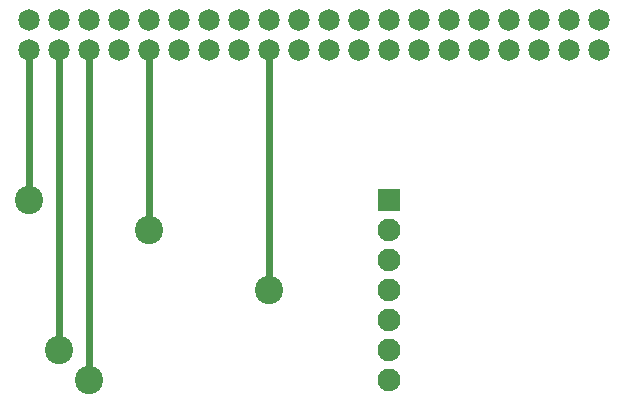
<source format=gtl>
G04 MADE WITH FRITZING*
G04 WWW.FRITZING.ORG*
G04 DOUBLE SIDED*
G04 HOLES PLATED*
G04 CONTOUR ON CENTER OF CONTOUR VECTOR*
%ASAXBY*%
%FSLAX23Y23*%
%MOIN*%
%OFA0B0*%
%SFA1.0B1.0*%
%ADD10C,0.076000*%
%ADD11C,0.071889*%
%ADD12C,0.071917*%
%ADD13C,0.094488*%
%ADD14R,0.076000X0.076000*%
%ADD15C,0.024000*%
%LNCOPPER1*%
G90*
G70*
G54D10*
X1343Y1265D03*
X1343Y1165D03*
X1343Y1065D03*
X1343Y965D03*
X1343Y865D03*
X1343Y765D03*
X1343Y665D03*
G54D11*
X143Y1765D03*
X243Y1765D03*
X343Y1765D03*
X443Y1765D03*
G54D12*
X543Y1765D03*
G54D11*
X643Y1765D03*
X743Y1765D03*
X843Y1765D03*
X943Y1765D03*
G54D12*
X1043Y1765D03*
G54D11*
X1143Y1765D03*
G54D12*
X1243Y1765D03*
G54D11*
X1343Y1765D03*
X1443Y1765D03*
X1543Y1765D03*
X1643Y1765D03*
G54D12*
X1743Y1765D03*
G54D11*
X1843Y1765D03*
X1943Y1765D03*
X2043Y1765D03*
X2043Y1865D03*
X1943Y1865D03*
X1843Y1865D03*
G54D12*
X1743Y1865D03*
G54D11*
X1643Y1865D03*
X1543Y1865D03*
X1443Y1865D03*
X1343Y1865D03*
G54D12*
X1243Y1865D03*
G54D11*
X1143Y1865D03*
G54D12*
X1043Y1865D03*
G54D11*
X943Y1865D03*
X843Y1865D03*
X743Y1865D03*
X643Y1865D03*
G54D12*
X543Y1865D03*
G54D11*
X443Y1865D03*
X343Y1865D03*
X243Y1865D03*
X143Y1865D03*
G54D13*
X143Y1265D03*
X543Y1165D03*
X243Y765D03*
X343Y665D03*
X943Y965D03*
G54D14*
X1343Y1265D03*
G54D15*
X143Y1292D02*
X143Y1732D01*
D02*
X543Y1192D02*
X543Y1732D01*
D02*
X243Y792D02*
X243Y1732D01*
D02*
X343Y692D02*
X343Y1732D01*
D02*
X943Y992D02*
X943Y1732D01*
G04 End of Copper1*
M02*
</source>
